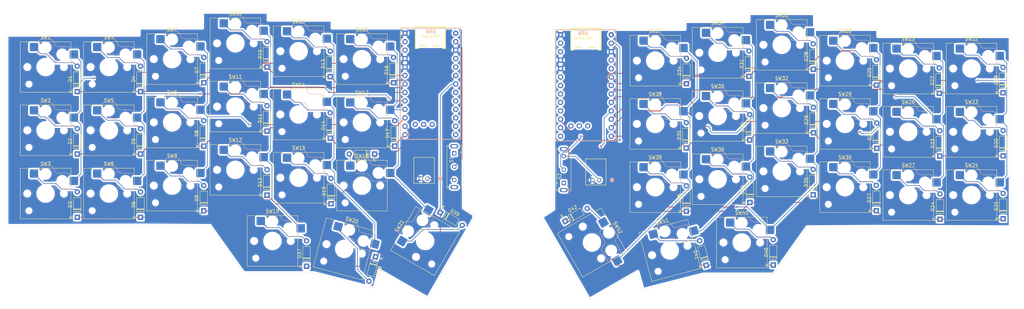
<source format=kicad_pcb>
(kicad_pcb (version 20241229) (generator "pcbnew") (generator_version "9.0")
  (title_block (title "Thyme: Split Keyboard PCB") (date "03/28/2025") (rev "1.17"))
  (layers (0 "F.Cu" signal) (2 "B.Cu" signal) (13 "F.Paste" user) (15 "B.Paste" user) (5 "F.SilkS" user "F.Silkscreen") (7 "B.SilkS" user "B.Silkscreen") (1 "F.Mask" user) (3 "B.Mask" user) (25 "Edge.Cuts" user))
  (net 0 "")
  (net 1 "L-ROW0")
  (net 2 "Net-(D1-A)")
  (net 3 "L-ROW1")
  (net 4 "Net-(D2-A)")
  (net 5 "L-ROW2")
  (net 6 "Net-(D3-A)")
  (net 7 "Net-(D4-A)")
  (net 8 "Net-(D5-A)")
  (net 9 "Net-(D6-A)")
  (net 10 "Net-(D7-A)")
  (net 11 "Net-(D8-A)")
  (net 12 "Net-(D9-A)")
  (net 13 "Net-(D10-A)")
  (net 14 "Net-(D11-A)")
  (net 15 "Net-(D12-A)")
  (net 16 "Net-(D13-A)")
  (net 17 "Net-(D14-A)")
  (net 18 "Net-(D15-A)")
  (net 19 "Net-(D16-A)")
  (net 20 "Net-(D17-A)")
  (net 21 "Net-(D18-A)")
  (net 22 "R-ROW0")
  (net 23 "Net-(D19-A)")
  (net 24 "Net-(D20-A)")
  (net 25 "R-ROW1")
  (net 26 "R-ROW2")
  (net 27 "Net-(D21-A)")
  (net 28 "Net-(D22-A)")
  (net 29 "Net-(D23-A)")
  (net 30 "Net-(D24-A)")
  (net 31 "Net-(D25-A)")
  (net 32 "Net-(D26-A)")
  (net 33 "Net-(D27-A)")
  (net 34 "Net-(D28-A)")
  (net 35 "Net-(D29-A)")
  (net 36 "Net-(D30-A)")
  (net 37 "Net-(D31-A)")
  (net 38 "Net-(D32-A)")
  (net 39 "Net-(D33-A)")
  (net 40 "Net-(D34-A)")
  (net 41 "Net-(D35-A)")
  (net 42 "Net-(D36-A)")
  (net 43 "Net-(D37-A)")
  (net 44 "Net-(D38-A)")
  (net 45 "Net-(D39-A)")
  (net 46 "Net-(D40-A)")
  (net 47 "Net-(D41-A)")
  (net 48 "Net-(D42-A)")
  (net 49 "L-COL0")
  (net 50 "L-COL1")
  (net 51 "L-COL2")
  (net 52 "L-COL3")
  (net 53 "L-COL4")
  (net 54 "L-COL5")
  (net 55 "R-COL0")
  (net 56 "R-COL1")
  (net 57 "R-COL2")
  (net 58 "R-COL3")
  (net 59 "R-COL4")
  (net 60 "R-COL5")
  (net 66 "LPOWER-GND")
  (net 67 "L-ROW3")
  (net 68 "R-ROW3")
  (net 77 "LPOWER-3.3V")
  (net 78 "RPOWER-GND")
  (net 79 "RPOWER-3.3V")
  (net 82 "LBATTERY_POSITIVE")
  (net 83 "RBATTERY_POSITIVE")
  (net 95 "Net-(S1-Pad2)")
  (net 98 "Net-(S2-Pad2)")
  (footprint "PCM_Switch_Keyboard_Hotswap_Kailh:SW_Hotswap_Kailh_Choc_V1V2_1.00u" (layer "F.Cu") (at 314.99302 103.681238)
    (property "Reference" "SW24")
    (property "Value" "SW_Push")
  )
  (footprint "PCM_Switch_Keyboard_Hotswap_Kailh:SW_Hotswap_Kailh_Choc_V1V2_1.00u" (layer "F.Cu") (at 55.89257 84.223099)
    (property "Reference" "SW5")
    (property "Value" "SW_Push")
  )
  (footprint "PCM_Switch_Keyboard_Hotswap_Kailh:SW_Hotswap_Kailh_Choc_V1V2_1.00u" (layer "F.Cu") (at 150.89257 117.486239 60)
    (property "Reference" "SW21")
    (property "Value" "SW_Push")
  )
  (footprint "PCM_Switch_Keyboard_Hotswap_Kailh:SW_Hotswap_Kailh_Choc_V1V2_1.00u" (layer "F.Cu") (at 276.99302 63.306238)
    (property "Reference" "SW28")
    (property "Value" "SW_Push")
  )
  (footprint "PCM_Switch_Keyboard_Hotswap_Kailh:SW_Hotswap_Kailh_Choc_V1V2_1.00u" (layer "F.Cu") (at 112.89257 98.473099)
    (property "Reference" "SW15")
    (property "Value" "SW_Push")
  )
  (footprint "PCM_Switch_Keyboard_Hotswap_Kailh:SW_Hotswap_Kailh_Choc_V1V2_1.00u" (layer "F.Cu") (at 93.89257 96.098099)
    (property "Reference" "SW12")
    (property "Value" "SW_Push")
  )
  (footprint "libraries:SuperMini NRF52840" (layer "F.Cu") (at 191.56045 55.526769)
    (property "Reference" "U2" (hide yes))
    (property "Value" "nice_nano")
  )
  (footprint "libraries:CONN_S2B-PH-K-S_JST" (layer "F.Cu") (at 151.56767 98.723099 180)
    (property "Reference" "J2")
    (property "Value" "JST BATTERY R")
  )
  (footprint "Diode_THT:D_DO-35_SOD27_P7.62mm_Horizontal" (layer "F.Cu") (at 46.39257 110.348099 90)
    (property "Reference" "D3")
    (property "Value" "D_Small")
  )
  (footprint "Diode_THT:D_DO-35_SOD27_P7.62mm_Horizontal" (layer "F.Cu") (at 229.34302 108.536238 90)
    (property "Reference" "D36")
    (property "Value" "D_Small")
  )
  (footprint "Diode_THT:D_DO-35_SOD27_P7.62mm_Horizontal" (layer "F.Cu") (at 267.47302 65.886238 90)
    (property "Reference" "D28")
    (property "Value" "D_Small")
  )
  (footprint "Diode_THT:D_DO-35_SOD27_P7.62mm_Horizontal" (layer "F.Cu") (at 135.995221 122.195883 -105)
    (property "Reference" "D38")
    (property "Value" "D_Small")
  )
  (footprint "Diode_THT:D_DO-35_SOD27_P7.62mm_Horizontal" (layer "F.Cu") (at 141.39257 69.973099 90)
    (property "Reference" "D16")
    (property "Value" "D_Small")
  )
  (footprint "Diode_THT:D_DO-35_SOD27_P7.62mm_Horizontal" (layer "F.Cu") (at 286.40302 108.386238 90)
    (property "Reference" "D27")
    (property "Value" "D_Small")
  )
  (footprint "Diode_THT:D_DO-35_SOD27_P7.62mm_Horizontal" (layer "F.Cu") (at 65.39257 110.348099 90)
    (property "Reference" "D6")
    (property "Value" "D_Small")
  )
  (footprint "Diode_THT:D_DO-35_SOD27_P7.62mm_Horizontal" (layer "F.Cu") (at 324.47302 72.946238 90)
    (property "Reference" "D19")
    (property "Value" "D_Small")
  )
  (footprint "Diode_THT:D_DO-35_SOD27_P7.62mm_Horizontal" (layer "F.Cu") (at 103.39257 65.223099 90)
    (property "Reference" "D10")
    (property "Value" "D_Small")
  )
  (footprint "Diode_THT:D_DO-35_SOD27_P7.62mm_Horizontal" (layer "F.Cu") (at 46.39257 72.595599 90)
    (property "Reference" "D1")
    (property "Value" "D_Small")
  )
  (footprint "Diode_THT:D_DO-35_SOD27_P7.62mm_Horizontal" (layer "F.Cu") (at 324.49302 110.786238 90)
    (property "Reference" "D21")
    (property "Value" "D_Small")
  )
  (footprint "Diode_THT:D_DO-35_SOD27_P7.62mm_Horizontal" (layer "F.Cu") (at 286.53302 89.666238 90)
    (property "Reference" "D26")
    (property "Value" "D_Small")
  )
  (footprint "PCM_Switch_Keyboard_Hotswap_Kailh:SW_Hotswap_Kailh_Choc_V1V2_1.00u" (layer "F.Cu") (at 238.74302 60.931238)
    (property "Reference" "SW34")
    (property "Value" "SW_Push")
  )
  (footprint "Diode_THT:D_DO-35_SOD27_P7.62mm_Horizontal" (layer "F.Cu") (at 84.39257 69.973099 90)
    (property "Reference" "D7")
    (property "Value" "D_Small")
  )
  (footprint "PCM_Switch_Keyboard_Hotswap_Kailh:SW_Hotswap_Kailh_Choc_V1V2_1.00u" (layer "F.Cu") (at 126.579978 119.848099 -15)
    (property "Reference" "SW20")
    (property "Value" "SW_Push")
  )
  (footprint "libraries:SW_SLW-1277744-3A-N-D" (layer "F.Cu") (at 159.64257 95.158099 -90)
    (property "Reference" "S1")
    (property "Value" "Power Switch")
  )
  (footprint "Diode_THT:D_DO-35_SOD27_P7.62mm_Horizontal" (layer "F.Cu") (at 65.39257 91.348099 90)
    (property "Reference" "D5")
    (property "Value" "D_Small")
  )
  (footprint "Diode_THT:D_DO-35_SOD27_P7.62mm_Horizontal" (layer "F.Cu") (at 248.36302 87.126238 90)
    (property "Reference" "D32")
    (property "Value" "D_Small")
  )
  (footprint "Diode_THT:D_DO-35_SOD27_P7.62mm_Horizontal" (layer "F.Cu") (at 305.33302 73.126238 90)
    (property "Reference" "D22")
    (property "Value" "D_Small")
  )
  (footprint "PCM_Switch_Keyboard_Hotswap_Kailh:SW_Hotswap_Kailh_Choc_V1V2_1.00u" (layer "F.Cu") (at 74.89257 62.848099)
    (property "Reference" "SW7")
    (property "Value" "SW_Push")
  )
  (footprint "Diode_THT:D_DO-35_SOD27_P7.62mm_Horizontal" (layer "F.Cu") (at 267.52302 84.956238 90)
    (property "Reference" "D29")
    (property "Value" "D_Small")
  )
  (footprint "libraries:SW_SLW-1277744-3A-N-D" (layer "F.Cu") (at 192.52302 96.036238 90)
    (property "Reference" "S2")
    (property "Value" "Power Switch")
  )
  (footprint "Diode_THT:D_DO-35_SOD27_P7.62mm_Horizontal" (layer "F.Cu") (at 235.30302 124.766238 105)
    (property "Reference" "D41")
    (property "Value" "D_Small")
  )
  (footprint "libraries:SuperMini NRF52840" (layer "F.Cu") (at 144.835061 55.06863)
    (property "Reference" "U1" (hide yes))
    (property "Value" "nice_nano")
  )
  (footprint "PCM_Switch_Keyboard_Hotswap_Kailh:SW_Hotswap_Kailh_Choc_V1V2_1.00u" (layer "F.Cu") (at 257.99302 77.556238)
    (property "Reference" "SW32")
    (property "Value" "SW_Push")
  )
  (footprint "PCM_Switch_Keyboard_Hotswap_Kailh:SW_Hotswap_Kailh_Choc_V1V2_1.00u" (layer "F.Cu") (at 224.36802 120.306238 15)
    (property "Reference" "SW41")
    (property "Value" "SW_Push")
  )
  (footprint "Diode_THT:D_DO-35_SOD27_P7.62mm_Horizontal" (layer "F.Cu") (at 324.49302 91.906238 90)
    (property "Reference" "D20")
    (property "Value" "D_Small")
  )
  (footprint "PCM_Switch_Keyboard_Hotswap_Kailh:SW_Hotswap_Kailh_Choc_V1V2_1.00u" (layer "F.Cu") (at 238.74302 79.931238)
    (property "Reference" "SW35")
    (property "Value" "SW_Push")
  )
  (footprint "PCM_Switch_Keyboard_Hotswap_Kailh:SW_Hotswap_Kailh_Choc_V1V2_1.00u" (layer "F.Cu") (at 93.89257 77.098099)
    (property "Reference" "SW11")
    (property "Value" "SW_Push")
  )
  (footprint "PCM_Switch_Keyboard_Hotswap_Kailh:SW_Hotswap_Kailh_Choc_V1V2_1.00u" (layer "F.Cu") (at 257.99302 58.556238)
    (property "Reference" "SW31")
    (property "Value" "SW_Push")
  )
  (footprint "Diode_THT:D_DO-35_SOD27_P7.62mm_Horizontal" (layer "F.Cu") (at 305.51302 110.966238 90)
    (property "Reference" "D24")
    (property "Value" "D_Small")
  )
  (footprint "PCM_Switch_Keyboard_Hotswap_Kailh:SW_Hotswap_Kailh_Choc_V1V2_1.00u" (layer "F.Cu") (at 245.99302 117.931238)
    (property "Reference" "SW40")
    (property "Value" "SW_Push")
  )
  (footprint "PCM_Switch_Keyboard_Hotswap_Kailh:SW_Hotswap_Kailh_Choc_V1V2_1.00u" (layer "F.Cu") (at 112.89257 60.473099)
    (property "Reference" "SW13")
    (property "Value" "SW_Push")
  )
  (footprint "PCM_Switch_Keyboard_Hotswap_Kailh:SW_Hotswap_Kailh_Choc_V1V2_1.00u" (layer "F.Cu") (at 219.99302 101.306238)
    (property "Reference" "SW39")
    (property "Value" "SW_Push")
  )
  (footprint "Diode_THT:D_DO-35_SOD27_P7.62mm_Horizontal" (layer "F.Cu") (at 103.39257 84.470599 90)
    (property "Reference" "D11")
    (property "Value" "D_Small")
  )
  (footprint "Diode_THT:D_DO-35_SOD27_P7.62mm_Horizontal" (layer "F.Cu") (at 135.70257 91.348099 180)
    (property "Reference" "D18")
    (property "Value" "D_Small")
  )
  (footprint "PCM_Switch_Keyboard_Hotswap_Kailh:SW_Hotswap_Kailh_Choc_V1V2_1.00u" (layer "F.Cu") (at 295.99302 103.681238)
    (property "Reference" "SW27")
    (property "Value" "SW_Push")
  )
  (footprint "PCM_Switch_Keyboard_Hotswap_Kailh:SW_Hotswap_Kailh_Choc_V1V2_1.00u" (layer "F.Cu") (at 200.99302 117.918099 -60)
    (property "Reference" "SW42")
    (property "Value" "SW_Push")
  )
  (footprint "PCM_Switch_Keyboard_Hotswap_Kailh:SW_Hotswap_Kailh_Choc_V1V2_1.00u" (layer "F.Cu") (at 55.89257 103.223099)
    (property "Reference" "SW6")
    (property "Value" "SW_Push")
  )
  (footprint "Diode_THT:D_DO-35_SOD27_P7.62mm_Horizontal" (layer "F.Cu") (at 141.76757 88.973099 90)
    (property "Reference" "D17")
    (property "Value" "D_Small")
  )
  (footprint "PCM_Switch_Keyboard_Hotswap_Kailh:SW_Hotswap_Kailh_Choc_V1V2_1.00u" (layer "F.Cu") (at 238.74302 98.931238)
    (property "Reference" "SW36")
    (property "Value" "SW_Push")
  )
  (footprint "PCM_Switch_Keyboard_Hotswap_Kailh:SW_Hotswap_Kailh_Choc_V1V2_1.00u" (layer "F.Cu") (at 36.89257 65.223099)
    (property "Reference" "SW1")
    (property "Value" "SW_Push")
  )
  (footprint "PCM_Switch_Keyboard_Hotswap_Kailh:SW_Hotswap_Kailh_Choc_V1V2_1.00u" (layer "F.Cu") (at 295.99302 84.681238)
    (property "Reference" "SW26")
    (property "Value" "SW_Push")
  )
  (footprint "PCM_Switch_Keyboard_Hotswap_Kailh:SW_Hotswap_Kailh_Choc_V1V2_1.00u" (layer "F.Cu") (at 93.89257 58.098099)
    (property "Reference" "SW10")
    (property "Value" "SW_Push")
  )
  (footprint "PCM_Switch_Keyboard_Hotswap_Kailh:SW_Hotswap_Kailh_Choc_V1V2_1.00u" (layer "F.Cu") (at 74.89257 100.848099)
    (property "Reference" "SW9")
    (property "Value" "SW_Push")
  )
  (footprint "Diode_THT:D_DO-35_SOD27_P7.62mm_Horizontal" (layer "F.Cu") (at 155.433464 108.921238 -30)
    (property "Reference" "D39")
    (property "Value" "D_Small")
  )
  (footprint "Diode_THT:D_DO-35_SOD27_P7.62mm_Horizontal" (layer "F.Cu") (at 115.26757 125.056238 90)
    (property "Reference" "D37")
    (property "Value" "D_Small")
  )
  (footprint "Diode_THT:D_DO-35_SOD27_P7.62mm_Horizontal" (layer "F.Cu") (at 229.38302 70.226238 90)
    (property "Reference" "D34")
    (property "Value" "D_Small")
  )
  (footprint "Diode_THT:D_DO-35_SOD27_P7.62mm_Horizontal" (layer "F.Cu") (at 84.39257 88.973099 90)
    (property "Reference" "D8")
    (property "Value" "D_Small")
  )
  (footprint "PCM_Switch_Keyboard_Hotswap_Kailh:SW_Hotswap_Kailh_Choc_V1V2_1.00u" (layer "F.Cu") (at 257.99302 96.556238)
    (property "Reference" "SW33")
    (property "Value" "SW_Push")
  )
  (footprint "PCM_Switch_Keyboard_Hotswap_Kailh:SW_Hotswap_Kailh_Choc_V1V2_1.00u" (layer "F.Cu") (at 36.89257 103.223099)
    (property "Reference" "SW3")
    (property "Value" "SW_Push")
  )
  (footprint "PCM_Switch_Keyboard_Hotswap_Kailh:SW_Hotswap_Kailh_Choc_V1V2_1.00u" (layer "F.Cu") (at 276.99302 82.306238)
    (property "Reference" "SW29")
    (property "Value" "SW_Push")
  )
  (footprint "PCM_Switch_Keyboard_Hotswap_Kailh:SW_Hotswap_Kailh_Choc_V1V2_1.00u" (layer "F.Cu") (at 131.89257 100.848099)
    (property "Reference" "SW18")
    (property "Value" "SW_Push")
  )
  (footprint "Diode_THT:D_DO-35_SOD27_P7.62mm_Horizontal" (layer "F.Cu") (at 248.43302 105.906238 90)
    (property "Reference" "D33")
    (property "Value" "D_Small")
  )
  (footprint "PCM_Switch_Keyboard_Hotswap_Kailh:SW_Hotswap_Kailh_Choc_V1V2_1.00u" (layer "F.Cu") (at 295.99302 65.681238)
    (property "Reference" "SW25")
    (property "Value" "SW_Push")
  )
  (footprint "Diode_THT:D_DO-35_SOD27_P7.62mm_Horizontal" (layer "F.Cu") (at 122.39257 68.093099 90)
    (property "Reference" "D13")
    (property "Value" "D_Small")
  )
  (footprint "Diode_THT:D_DO-35_SOD27_P7.62mm_Horizontal" (layer "F.Cu") (at 255.43302 124.686238 90)
    (property "Reference" "D40")
    (property "Value" "D_Small")
  )
  (footprint "PCM_Switch_Keyboard_Hotswap_Kailh:SW_Hotswap_Kailh_Choc_V1V2_1.00u" (layer "F.Cu") (at 314.99302 65.681238)
    (property "Reference" "SW22")
    (property "Value" "SW_Push")
  )
  (footprint "PCM_Switch_Keyboard_Hotswap_Kailh:SW_Hotswap_Kailh_Choc_V1V2_1.00u" (layer "F.Cu") (at 219.99302 63.306238)
    (property "Reference" "SW37")
    (property "Value" "SW_Push")
  )
  (footprint "Diode_THT:D_DO-35_SOD27_P7.62mm_Horizontal" (layer "F.Cu") (at 122.39257 86.598099 90)
    (property "Reference" "D14")
    (property "Value" "D_Small")
  )
  (footprint "PCM_Switch_Keyboard_Hotswap_Kailh:SW_Hotswap_Kailh_Choc_V1V2_1.00u" (layer "F.Cu") (at 131.89257 81.848099)
    (property "Reference" "SW17")
    (property "Value" "SW_Push")
  )
  (footprint "Diode_THT:D_DO-35_SOD27_P7.62mm_Horizontal" (layer "F.Cu") (at 65.39257 72.595599 90)
    (property "Reference" "D4")
    (property "Value" "D_Small")
  )
  (footprint "PCM_Switch_Keyboard_Hotswap_Kailh:SW_Hotswap_Kailh_Choc_V1V2_1.00u" (layer "F.Cu") (at 276.99302 101.306238)
    (property "Reference" "SW30")
    (property "Value" "SW_Push")
  )
  (footprint "PCM_Switch_Keyboard_Hotswap_Kailh:SW_Hotswap_Kailh_Choc_V1V2_1.00u" (layer "F.Cu") (at 112.89257 79.473099)
    (property "Reference" "SW14")
    (property "Value" "SW_Push")
  )
  (footprint "Diode_THT:D_DO-35_SOD27_P7.62mm_Horizontal" (layer "F.Cu") (at 84.39257 108.431238 90)
    (property "Reference" "D9")
    (property "Value" "D_Small")
  )
  (footprint "PCM_Switch_Keyboard_Hotswap_Kailh:SW_Hotswap_Kailh_Choc_V1V2_1.00u" (layer "F.Cu") (at 36.89257 84.223099)
    (property "Reference" "SW2")
    (property "Value" "SW_Push")
  )
  (footprint "PCM_Switch_Keyboard_Hotswap_Kailh:SW_Hotswap_Kailh_Choc_V1V2_1.00u" (layer "F.Cu") (at 219.99302 82.306238)
    (property "Reference" "SW38")
    (property "Value" "SW_Push")
  )
  (footprint "PCM_Switch_Keyboard_Hotswap_Kailh:SW_Hotswap_Kailh_Choc_V1V2_1.00u" (layer "F.Cu") (at 105.01757 117.473099)
    (property "Reference" "SW19")
    (property "Value" "SW_Push")
  )
  (footprint "Diode_THT:D_DO-35_SOD27_P7.62mm_Horizontal" (layer "F.Cu") (at 229.32302 89.546238 90)
    (property "Reference" "D35")
    (property "Value" "D_Small")
  )
  (footprint "PCM_Switch_Keyboard_Hotswap_Kailh:SW_Hotswap_Kailh_Choc_V1V2_1.00u" (layer "F.Cu") (at 74.89257 81.848099)
    (property "Reference" "SW8")
    (property "Value" "SW_Push")
  )
  (footprint "Diode_THT:D_DO-35_SOD27_P7.62mm_Horizontal" (layer "F.Cu") (at 248.14302 68.036238 90)
    (property "Reference" "D31")
    (property "Value" "D_Small")
  )
  (footprint "Diode_THT:D_DO-35_SOD27_P7.62mm_Horizontal" (layer "F.Cu") (at 103.39257 103.681238 90)
    (property "Reference" "D12")
    (property "Value" "D_Small")
  )
  (footprint "Diode_THT:D_DO-35_SOD27_P7.62mm_Horizontal" (layer "F.Cu") (at 305.46302 91.976238 90)
    (property "Reference" "D23")
    (property "Value" "D_Small")
  )
  (footprint "Diode_THT:D_DO-35_SOD27_P7.62mm_Horizontal" (layer "F.Cu") (at 286.44302 70.646238 90)
    (property "Reference" "D25")
    (property "Value" "D_Small")
  )
  (footprint "libraries:CONN_S2B-PH-K-S_JST" (layer "F.Cu") (at 203.15812 99.181238 180)
    (property "Reference" "J1")
    (property "Value" "JST BATTERY R")
  )
  (footprint "Diode_THT:D_DO-35_SOD27_P7.62mm_Horizontal" (layer "F.Cu") (at 46.39257 91.348099 90)
    (property "Reference" "D2")
    (property "Value" "D_Small")
  )
  (footprint "PCM_Switch_Keyboard_Hotswap_Kailh:SW_Hotswap_Kailh_Choc_V1V2_1.00u" (layer "F.Cu") (at 131.89257 62.848099)
    (property "Reference" "SW16")
    (property "Value" "SW_Push")
  )
  (footprint "Diode_THT:D_DO-35_SOD27_P7.62mm_Horizontal" (layer "F.Cu") (at 192.943464 111.523738 30)
    (property "Reference" "D42")
    (property "Value" "D_Small")
  )
  (footprint "Diode_THT:D_DO-35_SOD27_P7.62mm_Horizontal" (layer "F.Cu") (at 122.61802 106.303738 90)
    (property "Reference" "D15")
    (property "Value" "D_Small")
  )
  (footprint "Diode_THT:D_DO-35_SOD27_P7.62mm_Horizontal" (layer "F.Cu") (at 267.43302 103.606238 90)
    (property "Reference" "D30")
    (property "Value" "D_Small")
  )
  (footprint "PCM_Switch_Keyboard_Hotswap_Kailh:SW_Hotswap_Kailh_Choc_V1V2_1.00u" (layer "F.Cu") (at 55.89257 65.223099)
    (property "Reference" "SW4")
    (property "Value" "SW_Push")
  )
  (footprint "PCM_Switch_Keyboard_Hotswap_Kailh:SW_Hotswap_Kailh_Choc_V1V2_1.00u" (layer "F.Cu") (at 314.99302 84.681238)
    (property "Reference" "SW23")
    (property "Value" "SW_Push")
  )
  (gr_poly (pts (xy 137.108478 126.229868) (xy 135.594732 131.66476) (xy 117.48225 127.027884) (xy 96.362052 127.027884) (xy 86.263558 112.840257) (xy 65.850005 112.704745) (xy 25.225901 112.847644) (xy 25.225901 55.617884) (xy 64.975901 55.617884) (xy 64.975901 53.472884) (xy 83.995901 53.472884) (xy 83.995901 48.722884) (xy 103.783401 48.722884) (xy 103.783401 51.097884) (xy 122.980901 51.097884) (xy 122.980901 53.472884) (xy 162.410856 53.472884) (xy 162.400005 107.524745) (xy 166.000005 109.854745) (xy 151.692152 134.628795)) (stroke (width 0.05)) (fill no) (layer "Edge.Cuts"))
  (gr_poly (pts (xy 214.777112 126.633222) (xy 216.290858 132.068114) (xy 234.40334 127.431238) (xy 255.523538 127.431238) (xy 265.622032 113.243611) (xy 286.035585 113.108099) (xy 326.659689 113.250998) (xy 326.659689 56.021238) (xy 286.909689 56.021238) (xy 286.909689 53.876238) (xy 267.889689 53.876238) (xy 267.889689 49.126238) (xy 248.102189 49.126238) (xy 248.102189 51.501238) (xy 228.904689 51.501238) (xy 228.904689 53.876238) (xy 189.474734 53.876238) (xy 189.485585 107.928099) (xy 185.885585 110.258099) (xy 200.193438 135.032149)) (stroke (width 0.05)) (fill no) (layer "Edge.Cuts"))
  (segment (start 124.27257 69.973099) (end 141.39257 69.973099) (width 0.2) (layer "F.Cu") (net 1))
  (segment (start 89.14257 65.223099) (end 103.39257 65.223099) (width 0.2) (layer "F.Cu") (net 1))
  (segment (start 142.179431 69.186238) (end 158.657453 69.186238) (width 0.2) (layer "F.Cu") (net 1))
  (segment (start 65.39257 72.595599) (end 81.77007 72.595599) (width 0.2) (layer "F.Cu") (net 1))
  (segment (start 122.39257 68.093099) (end 124.27257 69.973099) (width 0.2) (layer "F.Cu") (net 1))
  (segment (start 103.39257 65.223099) (end 106.26257 68.093099) (width 0.2) (layer "F.Cu") (net 1))
  (segment (start 158.657453 69.186238) (end 160.075071 67.76862) (width 0.2) (layer "F.Cu") (net 1))
  (segment (start 81.77007 72.595599) (end 84.39257 69.973099) (width 0.2) (layer "F.Cu") (net 1))
  (segment (start 84.39257 69.973099) (end 89.14257 65.223099) (width 0.2) (layer "F.Cu") (net 1))
  (segment (start 46.39257 72.595599) (end 65.39257 72.595599) (width 0.2) (layer "F.Cu") (net 1))
  (segment (start 106.26257 68.093099) (end 122.39257 68.093099) (width 0.2) (layer "F.Cu") (net 1))
  (segment (start 141.39257 69.973099) (end 142.179431 69.186238) (width 0.2) (layer "F.Cu") (net 1))
  (segment (start 46.39257 64.975599) (end 45.33907 63.922099) (width 0.2) (layer "B.Cu") (net 2))
  (segment (start 39.788881 63.922099) (end 37.065881 61.199099) (width 0.2) (layer "B.Cu") (net 2))
  (segment (start 37.065881 61.199099) (end 35.36857 61.199099) (width 0.2) (layer "B.Cu") (net 2))
  (segment (start 45.33907 63.922099) (end 39.788881 63.922099) (width 0.2) (layer "B.Cu") (net 2))
  (segment (start 35.36857 61.199099) (end 33.39257 59.223099) (width 0.2) (layer "B.Cu") (net 2))
  (segment (start 88.89507 84.470599) (end 84.39257 88.973099) (width 0.2) (layer "F.Cu") (net 3))
  (segment (start 119.26657 83.472099) (end 104.39107 83.472099) (width 0.2) (layer "F.Cu") (net 3))
  (segment (start 84.39257 88.973099) (end 67.76757 88.973099) (width 0.2) (layer "F.Cu") (net 3))
  (segment (start 122.39257 86.598099) (end 119.26657 83.472099) (width 0.2) (layer "F.Cu") (net 3))
  (segment (start 141.76757 88.616121) (end 144.835061 85.54863) (width 0.2) (layer "F.Cu") (net 3))
  (segment (start 124.76757 88.973099) (end 122.39257 86.598099) (width 0.2) (layer "F.Cu") (net 3))
  (segment (start 141.76757 88.973099) (end 141.76757 88.616121) (width 0.2) (layer "F.Cu") (net 3))
  (segment (start 104.39107 83.472099) (end 103.39257 84.470599) (width 0.2) (layer "F.Cu") (net 3))
  (segment (start 65.39257 91.348099) (end 46.39257 91.348099) (width 0.2) (layer "F.Cu") (net 3))
  (segment (start 67.76757 88.973099) (end 65.39257 91.348099) (width 0.2) (layer "F.Cu") (net 3))
  (segment (start 103.39257 84.470599) (end 88.89507 84.470599) (width 0.2) (layer "F.Cu") (net 3))
  (segment (start 141.76757 88.973099) (end 124.76757 88.973099) (width 0.2) (layer "F.Cu") (net 3))
  (segment (start 39.658848 82.922099) (end 36.935848 80.199099) (width 0.2) (layer "B.Cu") (net 4))
  (segment (start 36.935848 80.199099) (end 35.36857 80.199099) (width 0.2) (layer "B.Cu") (net 4))
  (segment (start 45.58657 82.922099) (end 39.658848 82.922099) (width 0.2) (layer "B.Cu") (net 4))
  (segment (start 46.39257 83.728099) (end 45.58657 82.922099) (width 0.2) (layer "B.Cu") (net 4))
  (segment (start 35.36857 80.199099) (end 33.39257 78.223099) (width 0.2) (layer "B.Cu") (net 4))
  (segment (start 145.936061 84.10963) (end 144.835061 83.00863) (width 0.2) (layer "F.Cu") (net 5))
  (segment (start 98.64257 108.431238) (end 103.39257 103.681238) (width 0.2) (layer "F.Cu") (net 5))
  (segment (start 141.59457 91.348099) (end 145.936061 87.006608) (width 0.2) (layer "F.Cu") (net 5))
  (segment (start 129.01657 99.656821) (end 131.849292 96.824099) (width 0.2) (layer "F.Cu") (net 5))
  (segment (start 122.776823 106.303738) (end 129.01657 100.063991) (width 0.2) (layer "F.Cu") (net 5))
  (segment (start 129.01657 100.063991) (end 129.01657 99.656821) (width 0.2) (layer "F.Cu") (net 5))
  (segment (start 135.70257 93.791164) (end 135.70257 91.348099) (width 0.2) (layer "F.Cu") (net 5))
  (segment (start 135.70257 91.348099) (end 141.59457 91.348099) (width 0.2) (layer "F.Cu") (net 5))
  (segment (start 145.936061 87.006608) (end 145.936061 84.10963) (width 0.2) (layer "F.Cu") (net 5))
  (segment (start 131.849292 96.824099) (end 132.669635 96.824099) (width 0.2) (layer "F.Cu") (net 5))
  (segment (start 84.39257 108.431238) (end 98.64257 108.431238) (width 0.2) (layer "F.Cu") (net 5))
  (segment (start 82.475709 110.348099) (end 84.39257 108.431238) (width 0.2) (layer "F.Cu") (net 5))
  (segment (start 46.39257 110.348099) (end 65.39257 110.348099) (width 0.2) (layer "F.Cu") (net 5))
  (segment (start 65.39257 110.348099) (end 82.475709 110.348099) (width 0.2) (layer "F.Cu") (net 5))
  (segment (start 106.01507 106.303738) (end 122.61802 106.303738) (width 0.2) (layer "F.Cu") (net 5))
  (segment (start 132.669635 96.824099) (end 135.70257 93.791164) (width 0.2) (layer "F.Cu") (net 5))
  (segment (start 103.39257 103.681238) (end 106.01507 106.303738) (width 0.2) (layer "F.Cu") (net 5))
  (segment (start 122.61802 106.303738) (end 122.776823 106.303738) (width 0.2) (layer "F.Cu") (net 5))
  (segment (start 40.01657 100.200164) (end 41.738505 101.922099) (width 0.2) (layer "B.Cu") (net 6))
  (segment (start 41.738505 101.922099) (end 45.58657 101.922099) (width 0.2) (layer "B.Cu") (net 6))
  (segment (start 45.58657 101.922099) (end 46.39257 102.728099) (width 0.2) (layer "B.Cu") (net 6))
  (segment (start 36.369635 100.200164) (end 40.01657 100.200164) (width 0.2) (layer "B.Cu") (net 6))
  (segment (start 33.39257 97.223099) (end 36.369635 100.200164) (width 0.2) (layer "B.Cu") (net 6))
  (segment (start 58.893881 62.347099) (end 60.468881 63.922099) (width 0.2) (layer "B.Cu") (net 7))
  (segment (start 55.51657 62.347099) (end 58.893881 62.347099) (width 0.2) (layer "B.Cu") (net 7))
  (segment (start 52.39257 59.223099) (end 55.51657 62.347099) (width 0.2) (layer "B.Cu") (net 7))
  (segment (start 60.468881 63.922099) (end 64.33907 63.922099) (width 0.2) (layer "B.Cu") (net 7))
  (segment (start 64.33907 63.922099) (end 65.39257 64.975599) (width 0.2) (layer "B.Cu") (net 7))
  (segment (start 59.01657 81.200164) (end 60.738505 82.922099) (width 0.2) (layer "B.Cu") (net 8))
  (segment (start 52.39257 78.223099) (end 55.369635 81.200164) (width 0.2) (layer "B.Cu") (net 8))
  (segment (start 60.738505 82.922099) (end 64.58657 82.922099) (width 0.2) (layer "B.Cu") (net 8))
  (segment (start 64.58657 82.922099) (end 65.39257 83.728099) (width 0.2) (layer "B.Cu") (net 8))
  (segment (start 55.369635 81.200164) (end 59.01657 81.200164) (width 0.2) (layer "B.Cu") (net 8))
  (segment (start 58.015505 99.199099) (end 60.738505 101.922099) (width 0.2) (layer "B.Cu") (net 9))
  (segment (start 54.36857 99.199099) (end 58.015505 99.199099) (width 0.2) (layer "B.Cu") (net 9))
  (segment (start 52.39257 97.223099) (end 54.36857 99.199099) (width 0.2) (layer "B.Cu") (net 9))
  (segment (start 64.58657 101.922099) (end 65.39257 102.728099) (width 0.2) (layer "B.Cu") (net 9))
  (segment (start 60.738505 101.922099) (end 64.58657 101.922099) (width 0.2) (layer "B.Cu") (net 9))
  (segment (start 71.39257 56.848099) (end 74.369635 59.825164) (width 0.2) (layer "B.Cu") (net 10))
  (segment (start 79.738505 61.547099) (end 83.58657 61.547099) (width 0.2) (layer "B.Cu") (net 10))
  (segment (start 74.369635 59.825164) (end 78.01657 59.825164) (width 0.2) (layer "B.Cu") (net 10))
  (segment (start 83.58657 61.547099) (end 84.39257 62.353099) (width 0.2) (layer "B.Cu") (net 10))
  (segment (start 78.01657 59.825164) (end 79.738505 61.547099) (width 0.2) (layer "B.Cu") (net 10))
  (segment (start 83.58657 80.547099) (end 84.39257 81.353099) (width 0.2) (layer "B.Cu") (net 11))
  (segment (start 71.39257 75.848099) (end 73.400709 77.856238) (width 0.2) (layer "B.Cu") (net 11))
  (segment (start 73.400709 77.856238) (end 77.047644 77.856238) (width 0.2) (layer "B.Cu") (net 11))
  (segment (start 77.047644 77.856238) (end 79.738505 80.547099) (width 0.2) (layer "B.Cu") (net 11))
  (segment (start 79.738505 80.547099) (end 83.58657 80.547099) (width 0.2) (layer "B.Cu") (net 11))
  (segment (start 74.51657 97.972099) (end 78.163505 97.972099) (width 0.2) (layer "B.Cu") (net 12))
  (segment (start 78.163505 97.972099) (end 79.738505 99.547099) (width 0.2) (layer "B.Cu") (net 12))
  (segment (start 83.128431 99.547099) (end 84.39257 100.811238) (width 0.2) (layer "B.Cu") (net 12))
  (segment (start 79.738505 99.547099) (end 83.128431 99.547099) (width 0.2) (layer "B.Cu") (net 12))
  (segment (start 71.39257 94.848099) (end 74.51657 97.972099) (width 0.2) (layer "B.Cu") (net 12))
  (segment (start 102.58657 56.797099) (end 103.39257 57.603099) (width 0.2) (layer "B.Cu") (net 13))
  (segment (start 98.738505 56.797099) (end 102.58657 56.797099) (width 0.2) (layer "B.Cu") (net 13))
  (segment (start 90.39257 52.098099) (end 92.36857 54.074099) (width 0.2) (layer "B.Cu") (net 13))
  (segment (start 96.015505 54.074099) (end 98.738505 56.797099) (width 0.2) (layer "B.Cu") (net 13))
  (segment (start 92.36857 54.074099) (end 96.015505 54.074099) (width 0.2) (layer "B.Cu") (net 13))
  (segment (start 92.600709 73.306238) (end 96.247644 73.306238) (width 0.2) (layer "B.Cu") (net 14))
  (segment (start 96.247644 73.306238) (end 98.738505 75.797099) (width 0.2) (layer "B.Cu") (net 14))
  (segment (start 90.39257 71.098099) (end 92.600709 73.306238) (width 0.2) (layer "B.Cu") (net 14))
  (segment (start 98.738505 75.797099) (end 102.33907 75.797099) (width 0.2) (layer "B.Cu") (net 14))
  (segment (start 102.33907 75.797099) (end 103.39257 76.850599) (width 0.2) (layer "B.Cu") (net 14))
  (segment (start 96.015505 92.074099) (end 98.738505 94.797099) (width 0.2) (layer "B.Cu") (net 15))
  (segment (start 98.738505 94.797099) (end 102.128431 94.797099) (width 0.2) (layer "B.Cu") (net 15))
  (segment (start 90.39257 90.098099) (end 92.36857 92.074099) (width 0.2) (layer "B.Cu") (net 15))
  (segment (start 102.128431 94.797099) (end 103.39257 96.061238) (width 0.2) (layer "B.Cu") (net 15))
  (segment (start 92.36857 92.074099) (end 96.015505 92.074099) (width 0.2) (layer "B.Cu") (net 15))
  (segment (start 109.39257 54.473099) (end 111.36857 56.449099) (width 0.2) (layer "B.Cu") (net 16))
  (segment (start 111.36857 56.449099) (end 115.015505 56.449099) (width 0.2) (layer "B.Cu") (net 16))
  (segment (start 117.738505 59.172099) (end 121.09157 59.172099) (width 0.2) (layer "B.Cu") (net 16))
  (segment (start 121.09157 59.172099) (end 122.39257 60.473099) (width 0.2) (layer "B.Cu") (net 16))
  (segment (start 115.015505 56.449099) (end 117.738505 59.172099) (width 0.2) (layer "B.Cu") (net 16))
  (segment (start 115.658848 78.172099) (end 121.58657 78.172099) (width 0.2) (layer "B.Cu") (net 17))
  (segment (start 113.302987 75.816238) (end 115.658848 78.172099) (width 0.2) (layer "B.Cu") (net 17))
  (segment (start 121.58657 78.172099) (end 122.39257 78.978099) (width 0.2) (layer "B.Cu") (net 17))
  (segment (start 109.39257 73.473099) (end 111.735709 75.816238) (width 0.2) (layer "B.Cu") (net 17))
  (segment (start 111.735709 75.816238) (end 113.302987 75.816238) (width 0.2) (layer "B.Cu") (net 17))
  (segment (start 121.106381 97.172099) (end 122.61802 98.683738) (width 0.2) (layer "B.Cu") (net 18))
  (segment (start 117.738505 97.172099) (end 121.106381 97.172099) (width 0.2) (layer "B.Cu") (net 18))
  (segment (start 115.015505 94.449099) (end 117.738505 97.172099) (width 0.2) (layer "B.Cu") (net 18))
  (segment (start 111.36857 94.449099) (end 115.015505 94.449099) (width 0.2) (layer "B.Cu") (net 18))
  (segment (start 109.39257 92.473099) (end 111.36857 94.449099) (width 0.2) (layer "B.Cu") (net 18))
  (segment (start 140.58657 61.547099) (end 141.39257 62.353099) (width 0.2) (layer "B.Cu") (net 19))
  (segment (start 134.015505 58.824099) (end 136.738505 61.547099) (width 0.2) (layer "B.Cu") (net 19))
  (segment (start 128.39257 56.848099) (end 130.36857 58.824099) (width 0.2) (layer "B.Cu") (net 19))
  (segment (start 136.738505 61.547099) (end 140.58657 61.547099) (width 0.2) (layer "B.Cu") (net 19))
  (segment (start 130.36857 58.824099) (end 134.015505 58.824099) (width 0.2) (layer "B.Cu") (net 19))
  (segment (start 140.96157 80.547099) (end 141.76757 81.353099) (width 0.2) (layer "B.Cu") (net 20))
  (segment (start 134.015505 77.824099) (end 136.738505 80.547099) (width 0.2) (layer "B.Cu") (net 20))
  (segment (start 128.39257 75.848099) (end 130.36857 77.824099) (width 0.2) (layer "B.Cu") (net 20))
  (segment (start 130.36857 77.824099) (end 134.015505 77.824099) (width 0.2) (layer "B.Cu") (net 20))
  (segment (start 136.738505 80.547099) (end 140.96157 80.547099) (width 0.2) (layer "B.Cu") (net 20))
  (segment (start 128.39257 94.848099) (end 128.39257 91.658099) (width 0.2) (layer "B.Cu") (net 21))
  (segment (start 128.39257 91.658099) (end 128.08257 91.348099) (width 0.2) (layer "B.Cu") (net 21))
  (segment (start 287.40902 69.680238) (end 286.44302 70.646238) (width 0.2) (layer "F.Cu") (net 22))
  (segment (start 248.14302 68.036238) (end 231.57302 68.036238) (width 0.2) (layer "F.Cu") (net 22))
  (segment (start 208.799939 70.226238) (end 206.80046 68.226759) (width 0.2) (layer "F.Cu") (net 22))
  (segment (start 250.29302 65.886238) (end 248.14302 68.036238) (width 0.2) (layer "F.Cu") (net 22))
  (segment (start 280.265742 70.646238) (end 275.505742 65.886238) (width 0.2) (layer "F.Cu") (net 22))
  (segment (start 305.51302 72.946238) (end 305.33302 73.126238) (width 0.2) (layer "F.Cu") (net 22))
  (segment (start 305.33302 73.126238) (end 301.88702 69.680238) (width 0.2) (layer "F.Cu") (net 22))
  (segment (start 231.57302 68.036238) (end 229.38302 70.226238) (width 0.2) (layer "F.Cu") (net 22))
  (segment (start 324.47302 72.946238) (end 305.51302 72.946238) (width 0.2) (layer "F.Cu") (net 22))
  (segment (start 229.38302 70.226238) (end 208.799939 70.226238) (width 0.2) (layer "F.Cu") (net 22))
  (segment (start 275.505742 65.886238) (end 267.47302 65.886238) (width 0.2) (layer "F.Cu") (net 22))
  (segment (start 286.44302 70.646238) (end 280.265742 70.646238) (width 0.2) (layer "F.Cu") (net 22))
  (segment (start 267.47302 65.886238) (end 250.29302 65.886238) (width 0.2) (layer "F.Cu") (net 22))
  (segment (start 301.88702 69.680238) (end 287.40902 69.680238) (width 0.2) (layer "F.Cu") (net 22))
  (segment (start 313.46902 61.657238) (end 316.89402 61.657238) (width 0.2) (layer "B.Cu") (net 23))
  (segment (start 311.49302 59.681238) (end 313.46902 61.657238) (width 0.2) (layer "B.Cu") (net 23))
  (segment (start 316.89402 61.657238) (end 319.61702 64.380238) (width 0.2) (layer "B.Cu") (net 23))
  (segment (start 319.61702 64.380238) (end 323.52702 64.380238) (width 0.2) (layer "B.Cu") (net 23))
  (segment (start 323.52702 64.380238) (end 324.47302 65.326238) (width 0.2) (layer "B.Cu") (net 23))
  (segment (start 317.759298 83.380238) (end 323.58702 83.380238) (width 0.2) (layer "B.Cu") (net 24))
  (segment (start 314.10802 81.296238) (end 315.675298 81.296238) (width 0.2) (layer "B.Cu") (net 24))
  (segment (start 315.675298 81.296238) (end 317.759298 83.380238) (width 0.2) (layer "B.Cu") (net 24))
  (segment (start 323.58702 83.380238) (end 324.49302 84.286238) (width 0.2) (layer "B.Cu") (net 24))
  (segment (start 311.49302 78.681238) (end 314.10802 81.296238) (width 0.2) (layer "B.Cu") (net 24))
  (segment (start 287.51902 88.680238) (end 286.53302 89.666238) (width 0.2) (layer "F.Cu") (net 25))
  (segment (start 272.23302 89.666238) (end 267.52302 84.956238) (width 0.2) (layer "F.Cu") (net 25))
  (segment (start 305.53302 91.906238) (end 305.46302 91.976238) (width 0.2) (layer "F.Cu") (net 25))
  (segment (start 286.53302 89.666238) (end 272.23302 89.666238) (width 0.2) (layer "F.Cu") (net 25))
  (segment (start 250.53302 84.956238) (end 248.36302 87.126238) (width 0.2) (layer "F.Cu") (net 25))
  (segment (start 231.74302 87.126238) (end 229.32302 89.546238) (width 0.2) (layer "F.Cu") (net 25))
  (segment (start 324.49302 91.906238) (end 305.53302 91.906238) (width 0.2) (layer "F.Cu") (net 25))
  (segment (start 267.52302 84.956238) (end 250.53302 84.956238) (width 0.2) (layer "F.Cu") (net 25))
  (segment (start 248.36302 87.126238) (end 231.74302 87.126238) (width 0.2) (layer "F.Cu") (net 25))
  (segment (start 229.32302 89.546238) (end 225.783541 86.006759) (width 0.2) (layer "F.Cu") (net 25))
  (segment (start 225.783541 86.006759) (end 206.80046 86.006759) (width 0.2) (layer "F.Cu") (net 25))
  (segment (start 305.46302 91.976238) (end 302.16702 88.680238) (width 0.2) (layer "F.Cu") (net 25))
  (segment (start 302.16702 88.680238) (end 287.51902 88.680238) (width 0.2) (layer "F.Cu") (net 25))
  (segment (start 286.40302 108.386238) (end 288.98302 110.966238) (width 0.2) (layer "F.Cu") (net 26))
  (segment (start 288.98302 110.966238) (end 305.51302 110.966238) (width 0.2) (layer "F.Cu") (net 26))
  (segment (start 229.34302 108.536238) (end 218.725488 108.536238) (width 0.2) (layer "F.Cu") (net 26))
  (segment (start 248.43302 105.906238) (end 265.13302 105.906238) (width 0.2) (layer "F.Cu") (net 26))
  (segment (start 191.56045 81.3712) (end 191.56045 80.926769) (width 0.2) (layer "F.Cu") (net 26))
  (segment (start 267.43302 103.606238) (end 272.21302 108.386238) (width 0.2) (layer "F.Cu") (net 26))
  (segment (start 218.725488 108.536238) (end 191.56045 81.3712) (width 0.2) (layer "F.Cu") (net 26))
  (segment (start 229.34302 108.536238) (end 245.80302 108.536238) (width 0.2) (layer "F.Cu") (net 26))
  (segment (start 245.80302 108.536238) (end 248.43302 105.906238) (width 0.2) (layer "F.Cu") (net 26))
  (segment (start 324.31302 110.966238) (end 324.49302 110.786238) (width 0.2) (layer "F.Cu") (net 26))
  (segment (start 305.51302 110.966238) (end 324.31302 110.966238) (width 0.2) (layer "F.Cu") (net 26))
  (segment (start 265.13302 105.906238) (end 267.43302 103.606238) (width 0.2) (layer "F.Cu") (net 26))
  (segment (start 272.21302 108.386238) (end 286.40302 108.386238) (width 0.2) (layer "F.Cu") (net 26))
  (segment (start 319.838955 102.380238) (end 323.70702 102.380238) (width 0.2) (layer "B.Cu") (net 27))
  (segment (start 323.70702 102.380238) (end 324.49302 103.166238) (width 0.2) (layer "B.Cu") (net 27))
  (segment (start 313.46902 99.657238) (end 317.115955 99.657238) (width 0.2) (layer "B.Cu") (net 27))
  (segment (start 317.115955 99.657238) (end 319.838955 102.380238) (width 0.2) (layer "B.Cu") (net 27))
  (segment (start 311.49302 97.681238) (end 313.46902 99.657238) (width 0.2) (layer "B.Cu") (net 27))
  (segment (start 304.20702 64.380238) (end 305.33302 65.506238) (width 0.2) (layer "B.Cu") (net 28))
  (segment (start 298.115955 61.657238) (end 300.838955 64.380238) (width 0.2) (layer "B.Cu") (net 28))
  (segment (start 300.838955 64.380238) (end 304.20702 64.380238) (width 0.2) (layer "B.Cu") (net 28))
  (segment (start 294.46902 61.657238) (end 298.115955 61.657238) (width 0.2) (layer "B.Cu") (net 28))
  (segment (start 292.49302 59.681238) (end 294.46902 61.657238) (width 0.2) (layer "B.Cu") (net 28))
  (segment (start 300.434955 82.976238) (end 304.08302 82.976238) (width 0.2) (layer "B.Cu") (net 29))
  (segment (start 304.08302 82.976238) (end 305.46302 84.356238) (width 0.2) (layer "B.Cu") (net 29))
  (segment (start 294.46902 80.657238) (end 298.115955 80.657238) (width 0.2) (layer "B.Cu") (net 29))
  (segment (start 292.49302 78.681238) (end 294.46902 80.657238) (width 0.2) (layer "B.Cu") (net 29))
  (segment (start 298.115955 80.657238) (end 300.434955 82.976238) (width 0.2) (layer "B.Cu") (net 29))
  (segment (start 299.263955 100.805238) (end 300.838955 102.380238) (width 0.2) (layer "B.Cu") (net 30))
  (segment (start 300.838955 102.380238) (end 304.54702 102.380238) (width 0.2) (layer "B.Cu") (net 30))
  (segment (start 295.61702 100.805238) (end 299.263955 100.805238) (width 0.2) (layer "B.Cu") (net 30))
  (segment (start 292.49302 97.681238) (end 295.61702 100.805238) (width 0.2) (layer "B.Cu") (net 30))
  (segment (start 304.54702 102.380238) (end 305.51302 103.346238) (width 0.2) (layer "B.Cu") (net 30))
  (segment (start 280.11702 60.283303) (end 281.838955 62.005238) (width 0.2) (layer "B.Cu") (net 31))
  (segment (start 281.838955 62.005238) (end 285.42202 62.005238) (width 0.2) (layer "B.Cu") (net 31))
  (segment (start 273.49302 57.306238) (end 276.470085 60.283303) (width 0.2) (layer "B.Cu") (net 31))
  (segment (start 276.470085 60.283303) (end 280.11702 60.283303) (width 0.2) (layer "B.Cu") (net 31))
  (segment (start 285.42202 62.005238) (end 286.44302 63.026238) (width 0.2) (layer "B.Cu") (net 31))
  (segment (start 276.61702 79.430238) (end 280.18702 79.430238) (width 0.2) (layer "B.Cu") (net 32))
  (segment (start 273.49302 76.306238) (end 276.61702 79.430238) (width 0.2) (layer "B.Cu") (net 32))
  (segment (start 281.58302 80.826238) (end 285.31302 80.826238) (width 0.2) (layer "B.Cu") (net 32))
  (segment (start 280.18702 79.430238) (end 281.58302 80.826238) (width 0.2) (layer "B.Cu") (net 32))
  (segment (start 285.31302 80.826238) (end 286.53302 82.046238) (width 0.2) (layer "B.Cu") (net 32))
  (segment (start 275.46902 97.282238) (end 279.115955 97.282238) (width 0.2) (layer "B.Cu") (net 33))
  (segment (start 285.25302 99.616238) (end 286.40302 100.766238) (width 0.2) (layer "B.Cu") (net 33))
  (segment (start 281.449955 99.616238) (end 285.25302 99.616238) (width 0.2) (layer "B.Cu") (net 33))
  (segment (start 279.115955 97.282238) (end 281.449955 99.616238) (width 0.2) (layer "B.Cu") (net 33))
  (segment (start 273.49302 95.306238) (end 275.46902 97.282238) (width 0.2) (layer "B.Cu") (net 33))
  (segment (start 256.46902 54.532238) (end 260.115955 54.532238) (width 0.2) (layer "B.Cu") (net 34))
  (segment (start 260.115955 54.532238) (end 262.838955 57.255238) (width 0.2) (layer "B.Cu") (net 34))
  (segment (start 266.46202 57.255238) (end 267.47302 58.266238) (width 0.2) (layer "B.Cu") (net 34))
  (segment (start 254.49302 52.556238) (end 256.46902 54.532238) (width 0.2) (layer "B.Cu") (net 34))
  (segment (start 262.838955 57.255238) (end 266.46202 57.255238) (width 0.2) (layer "B.Cu") (net 34))
  (segment (start 262.838955 76.255238) (end 266.44202 76.255238) (width 0.2) (layer "B.Cu") (net 35))
  (segment (start 254.49302 71.556238) (end 257.470085 74.533303) (width 0.2) (layer "B.Cu") (net 35))
  (segment (start 266.44202 76.255238) (end 267.52302 77.336238) (width 0.2) (layer "B.Cu") (net 35))
  (segment (start 257.470085 74.533303) (end 261.11702 74.533303) (width 0.2) (layer "B.Cu") (net 35))
  (segment (start 261.11702 74.533303) (end 262.838955 76.255238) (width 0.2) (layer "B.Cu") (net 35))
  (segment (start 266.70202 95.255238) (end 267.43302 95.986238) (width 0.2) (layer "B.Cu") (net 36))
  (segment (start 262.838955 95.255238) (end 266.70202 95.255238) (width 0.2) (layer "B.Cu") (net 36))
  (segment (start 254.49302 90.556238) (end 257.470085 93.533303) (width 0.2) (layer "B.Cu") (net 36))
  (segment (start 257.470085 93.533303) (end 261.11702 93.533303) (width 0.2) (layer "B.Cu") (net 36))
  (segment (start 261.11702 93.533303) (end 262.838955 95.255238) (width 0.2) (layer "B.Cu") (net 36))
  (segment (start 241.68702 59.630238) (end 247.35702 59.630238) (width 0.2) (layer "B.Cu") (net 37))
  (segment (start 247.35702 59.630238) (end 248.14302 60.416238) (width 0.2) (layer "B.Cu") (net 37))
  (segment (start 240.11202 58.055238) (end 241.68702 59.630238) (width 0.2) (layer "B.Cu") (net 37))
  (segment (start 238.36702 58.055238) (end 240.11202 58.055238) (width 0.2) (layer "B.Cu") (net 37))
  (segment (start 235.24302 54.931238) (end 238.36702 58.055238) (width 0.2) (layer "B.Cu") (net 37))
  (segment (start 238.220085 76.908303) (end 241.86702 76.908303) (width 0.2) (layer "B.Cu") (net 38))
  (segment (start 247.48702 78.630238) (end 248.36302 79.506238) (width 0.2) (layer "B.Cu") (net 38))
  (segment (start 235.24302 73.931238) (end 238.220085 76.908303) (width 0.2) (layer "B.Cu") (net 38))
  (segment (start 241.86702 76.908303) (end 243.588955 78.630238) (width 0.2) (layer "B.Cu") (net 38))
  (segment (start 243.588955 78.630238) (end 247.48702 78.630238) (width 0.2) (layer "B.Cu") (net 38))
  (segment (start 235.24302 92.931238) (end 237.21902 94.907238) (width 0.2) (layer "B.Cu") (net 39))
  (segment (start 243.18302 97.306238) (end 247.45302 97.306238) (width 0.2) (layer "B.Cu") (net 39))
  (segment (start 247.45302 97.306238) (end 248.43302 98.286238) (width 0.2) (layer "B.Cu") (net 39))
  (segment (start 240.78402 94.907238) (end 243.18302 97.306238) (width 0.2) (layer "B.Cu") (net 39))
  (segment (start 237.21902 94.907238) (end 240.78402 94.907238) (width 0.2) (layer "B.Cu") (net 39))
  (segment (start 216.49302 57.306238) (end 218.46902 59.282238) (width 0.2) (layer "B.Cu") (net 40))
  (segment (start 224.49202 62.005238) (end 228.78202 62.005238) (width 0.2) (layer "B.Cu") (net 40))
  (segment (start 218.46902 59.282238) (end 221.76902 59.282238) (width 0.2) (layer "B.Cu") (net 40))
  (segment (start 221.76902 59.282238) (end 224.49202 62.005238) (width 0.2) (layer "B.Cu") (net 40))
  (segment (start 228.78202 62.005238) (end 229.38302 62.606238) (width 0.2) (layer "B.Cu") (net 40))
  (segment (start 216.49302 76.306238) (end 219.470085 79.283303) (width 0.2) (layer "B.Cu") (net 41))
  (segment (start 223.11702 79.283303) (end 224.838955 81.005238) (width 0.2) (layer "B.Cu") (net 41))
  (segment (start 219.470085 79.283303) (end 223.11702 79.283303) (width 0.2) (layer "B.Cu") (net 41))
  (segment (start 224.838955 81.005238) (end 228.40202 81.005238) (width 0.2) (layer "B.Cu") (net 41))
  (segment (start 228.40202 81.005238) (end 229.32302 81.926238) (width 0.2) (layer "B.Cu") (net 41))
  (segment (start 218.46902 97.282238) (end 222.115955 97.282238) (width 0.2) (layer "B.Cu") (net 42))
  (segment (start 224.838955 100.005238) (end 228.43202 100.005238) (width 0.2) (layer "B.Cu") (net 42))
  (segment (start 216.49302 95.306238) (end 218.46902 97.282238) (width 0.2) (layer "B.Cu") (net 42))
  (segment (start 228.43202 100.005238) (end 229.34302 100.916238) (width 0.2) (layer "B.Cu") (net 42))
  (segment (start 222.115955 97.282238) (end 224.838955 100.005238) (width 0.2) (layer "B.Cu") (net 42))
  (segment (start 103.49357 113.449099) (end 107.140505 113.449099) (width 0.2) (layer "B.Cu") (net 43))
  (segment (start 107.140505 113.449099) (end 109.857644 116.166238) (width 0.2) (layer "B.Cu") (net 43))
  (segment (start 109.857644 116.166238) (end 113.99757 116.166238) (width 0.2) (layer "B.Cu") (net 43))
  (segment (start 113.99757 116.166238) (end 115.26757 117.436238) (width 0.2) (layer "B.Cu") (net 43))
  (segment (start 101.51757 111.473099) (end 103.49357 113.449099) (width 0.2) (layer "B.Cu") (net 43))
  (segment (start 124.752152 113.952995) (end 130.59157 119.792413) (width 0.2) (layer "B.Cu") (net 44))
  (segment (start 124.752152 113.146677) (end 124.752152 113.952995) (width 0.2) (layer "B.Cu") (net 44))
  (segment (start 130.59157 119.792413) (end 130.59157 126.124788) (width 0.2) (layer "B.Cu") (net 44))
  (segment (start 130.59157 126.124788) (end 134.02302 129.556238) (width 0.2) (layer "B.Cu") (net 44))
  (segment (start 160.739717 114.024099) (end 162.032578 112.731238) (width 0.2) (layer "B.Cu") (net 45))
  (segment (start 143.946418 117.517328) (end 146.794203 117.517328) (width 0.2) (layer "B.Cu") (net 45))
  (segment (start 146.794203 117.517328) (end 150.287432 114.024099) (width 0.2) (layer "B.Cu") (net 45))
  (segment (start 150.287432 114.024099) (end 160.739717 114.024099) (width 0.2) (layer "B.Cu") (net 45))
  (segment (start 242.49302 111.931238) (end 244.46902 113.907238) (width 0.2) (layer "B.Cu") (net 46))
  (segment (start 254.633021 116.266239) (end 255.43302 117.066238) (width 0.2) (layer "B.Cu") (net 46))
  (segment (start 248.115955 113.907238) (end 250.474956 116.266239) (width 0.2) (layer "B.Cu") (net 46))
  (segment (start 250.474956 116.266239) (end 254.633021 116.266239) (width 0.2) (layer "B.Cu") (net 46))
  (segment (start 244.46902 113.907238) (end 248.115955 113.907238) (width 0.2) (layer "B.Cu") (net 46))
  (segment (start 219.434365 115.41655) (end 221.423698 117.405883) (width 0.2) (layer "B.Cu") (net 47))
  (segment (start 221.423698 117.405883) (end 233.330819 117.405883) (width 0.2) (layer "B.Cu") (net 47))
  (segment (start 200.2659 107.713738) (end 199.542578 107.713738) (width 0.2) (layer "B.Cu") (net 48))
  (segment (start 204.439172 111.88701) (end 200.2659 107.713738) (width 0.2) (layer "B.Cu") (net 48))
  (segment (start 53.895881 68.099099) (end 57.083848 68.099099) (width 0.2) (layer "F.Cu") (net 49))
  (segment (start 125.826678 64.122099) (end 129.473209 67.76863) (width 0.2) (layer "F.Cu") (net 49))
  (segment (start 58.335848 66.847099) (end 86.92133 66.847099) (width 0.2) (layer "F.Cu") (net 49))
  (segment (start 53.408742 68.586238) (end 53.895881 68.099099) (width 0.2) (layer "F.Cu") (net 49))
  (segment (start 129.473209 67.76863) (end 144.835061 67.76863) (width 0.2) (layer "F.Cu") (net 49))
  (segment (start 51.28302 68.586238) (end 53.408742 68.586238) (width 0.2) (layer "F.Cu") (net 49))
  (segment (start 86.92133 66.847099) (end 89.64633 64.122099) (width 0.2) (layer "F.Cu") (net 49))
  (segment (start 57.083848 68.099099) (end 58.335848 66.847099) (width 0.2) (layer "F.Cu") (net 49))
  (segment (start 89.64633 64.122099) (end 125.826678 64.122099) (width 0.2) (layer "F.Cu") (net 49))
  (via (at 51.28302 68.586238) (size 0.6) (drill 0.3) (layers "F.Cu" "B.Cu") (net 49))
  (segment (start 47.51302 82.543549) (end 47.51302 97.302649) (width 0.2) (layer "B.Cu") (net 49))
  (segment (start 47.49357 63.524099) (end 47.49357 66.816238) (width 0.2) (layer "B.Cu") (net 49))
  (segment (start 45.39257 80.423099) (end 47.51302 82.543549) (width 0.2) (layer "B.Cu") (net 49))
  (segment (start 47.49357 66.816238) (end 47.49357 69.696238) (width 0.2) (layer "B.Cu") (net 49))
  (segment (start 45.39257 61.423099) (end 47.49357 63.524099) (width 0.2) (layer "B.Cu") (net 49))
  (segment (start 48.60357 68.586238) (end 47.49357 69.696238) (width 0.2) (layer "B.Cu") (net 49))
  (segment (start 47.49357 78.322099) (end 45.39257 80.423099) (width 0.2) (layer "B.Cu") (net 49))
  (segment (start 47.49357 69.696238) (end 47.49357 78.322099) (width 0.2) (layer "B.Cu") (net 49))
  (segment (start 47.51302 97.302649) (end 45.39257 99.423099) (width 0.2) (layer "B.Cu") (net 49))
  (segment (start 51.28302 68.586238) (end 48.60357 68.586238) (width 0.2) (layer "B.Cu") (net 49))
  (segment (start 96.769635 71.422099) (end 94.915496 73.276238) (width 0.2) (layer "F.Cu") (net 50))
  (segment (start 94.915496 73.276238) (end 83.34302 73.276238) (width 0.2) (layer "F.Cu") (net 50))
  (segment (start 144.835061 70.30863) (end 143.721592 71.422099) (width 0.2) (layer "F.Cu") (net 50))
  (segment (start 143.721592 71.422099) (end 96.769635 71.422099) (width 0.2) (layer "F.Cu") (net 50))
  (via (at 83.34302 73.276238) (size 0.6) (drill 0.3) (layers "F.Cu" "B.Cu") (net 50))
  (segment (start 66.49357 78.322099) (end 64.39257 80.423099) (width 0.2) (layer "B.Cu") (net 50))
  (segment (start 83.34302 73.276238) (end 66.49357 73.276238) (width 0.2) (layer "B.Cu") (net 50))
  (segment (start 64.39257 80.423099) (end 66.49357 82.524099) (width 0.2) (layer "B.Cu") (net 50))
  (segment (start 66.49357 97.322099) (end 64.39257 99.423099) (width 0.2) (layer "B.Cu") (net 50))
  (segment (start 66.49357 82.524099) (end 66.49357 97.322099) (width 0.2) (layer "B.Cu") (net 50))
  (segment (start 66.49357 63.524099) (end 66.49357 73.276238) (width 0.2) (layer "B.Cu") (net 50))
  (segment (start 66.49357 73.276238) (end 66.49357 78.322099) (width 0.2) (layer "B.Cu") (net 50))
  (segment (start 64.39257 61.423099) (end 66.49357 63.524099) (width 0.2) (layer "B.Cu") (net 50))
  (segment (start 127.428678 84.724099) (end 140.579592 84.724099) (width 0.2) (layer "F.Cu") (net 51))
  (segment (start 97.98302 82.506238) (end 125.210817 82.506238) (width 0.2) (layer "F.Cu") (net 51))
  (segment (start 140.579592 84.724099) (end 144.835061 80.46863) (width 0.2) (layer "F.Cu") (net 51))
  (segment (start 125.210817 82.506238) (end 127.428678 84.724099) (width 0.2) (layer "F.Cu") (net 51))
  (via (at 97.98302 82.506238) (size 0.6) (drill 0.3) (layers "F.Cu" "B.Cu") (net 51))
  (segment (start 83.39257 97.048099) (end 85.49357 94.947099) (width 0.2) (layer "B.Cu") (net 51))
  (segment (start 85.49357 94.947099) (end 85.49357 80.149099) (width 0.2) (layer "B.Cu") (net 51))
  (segment (start 83.39257 78.048099) (end 85.49357 75.947099) (width 0.2) (layer "B.Cu") (net 51))
  (segment (start 85.49357 75.947099) (end 85.49357 61.149099) (width 0.2) (layer "B.Cu") (net 51))
  (segment (start 85.49357 80.149099) (end 95.625881 80.149099) (width 0.2) (layer "B.Cu") (net 51))
  (segment (start 95.625881 80.149099) (end 97.98302 82.506238) (width 0.2) (layer "B.Cu") (net 51))
  (segment (start 85.49357 80.149099) (end 83.39257 78.048099) (width 0.2) (layer "B.Cu") (net 51))
  (segment (start 85.49357 61.149099) (end 83.39257 59.048099) (width 0.2) (layer "B.Cu") (net 51))
  (segment (start 121.99302 72.726238) (end 122.115412 72.84863) (width 0.2) (layer "F.Cu") (net 52))
  (segment (start 122.115412 72.84863) (end 144.835061 72.84863) (width 0.2) (layer "F.Cu") (net 52))
  (via (at 121.99302 72.726238) (size 0.6) (drill 0.3) (layers "F.Cu" "B.Cu") (net 52))
  (segment (start 104.49357 75.399099) (end 104.49357 90.197099) (width 0.2) (layer "B.Cu") (net 52))
  (segment (start 104.49357 90.197099) (end 102.39257 92.298099) (width 0.2) (layer "B.Cu") (net 52))
  (segment (start 102.39257 73.298099) (end 104.49357 75.399099) (width 0.2) (layer "B.Cu") (net 52))
  (segment (start 120.463881 71.197099) (end 121.99302 72.726238) (width 0.2) (layer "B.Cu") (net 52))
  (segment (start 113.51757 113.673099) (end 104.88302 105.038549) (width 0.2) (layer "B.Cu") (net 52))
  (segment (start 102.39257 54.298099) (end 104.49357 56.399099) (width 0.2) (layer "B.Cu") (net 52))
  (segment (start 104.88302 105.038549) (end 104.88302 94.788549) (width 0.2) (layer "B.Cu") (net 52))
  (segment (start 104.49357 71.197099) (end 120.463881 71.197099) (width 0.2) (layer "B.Cu") (net 52))
  (segment (start 104.49357 71.197099) (end 102.39257 73.298099) (width 0.2) (layer "B.Cu") (net 52))
  (segment (start 104.49357 56.399099) (end 104.49357 71.197099) (width 0.2) (layer "B.Cu") (net 52))
  (segment (start 104.88302 94.788549) (end 102.39257 92.298099) (width 0.2) (layer "B.Cu") (net 52))
  (segment (start 140.915412 75.38863) (end 144.835061 75.38863) (width 0.2) (layer "F.Cu") (net 53))
  (segment (start 140.16302 74.636238) (end 140.915412 75.38863) (width 0.2) (layer "F.Cu") (net 53))
  (via (at 140.16302 74.636238) (size 0.6) (drill 0.3) (layers "F.Cu" "B.Cu") (net 53))
  (segment (start 123.49357 77.774099) (end 123.49357 92.572099) (width 0.2) (layer "B.Cu") (net 53))
  (segment (start 123.49357 73.572099) (end 139.098881 73.572099) (width 0.2) (layer "B.Cu") (net 53))
  (segment (start 123.71902 96.999549) (end 121.39257 94.673099) (width 0.2) (layer "B.Cu") (net 53))
  (segment (start 121.39257 56.673099) (end 123.49357 58.774099) (width 0.2) (layer "B.Cu") (net 53))
  (segment (start 139.098881 73.572099) (end 140.16302 74.636238) (width 0.2) (layer "B.Cu") (net 53))
  (segment (start 123.49357 58.774099) (end 123.49357 73.572099) (width 0.2) (layer "B.Cu") (net 53))
  (segment (start 121.39257 75.673099) (end 123.49357 77.774099) (width 0.2) (layer "B.Cu") (net 53))
  (segment (start 123.49357 92.572099) (end 121.39257 94.673099) (width 0.2) (layer "B.Cu") (net 53))
  (segment (start 135.77386 112.069281) (end 123.71902 100.014441) (width 0.2) (layer "B.Cu") (net 53))
  (segment (start 123.71902 100.014441) (end 123.71902 96.999549) (width 0.2) (layer "B.Cu") (net 53))
  (segment (start 135.77386 118.377543) (end 135.77386 112.069281) (width 0.2) (layer "B.Cu") (net 53))
  (segment (start 123.49357 73.572099) (end 121.39257 75.673099) (width 0.2) (layer "B.Cu") (net 53))
  (segment (start 140.39257 78.048099) (end 142.49357 75.947099) (width 0.2) (layer "B.Cu") (net 54))
  (segment (start 144.715592 78.048099) (end 144.835061 77.92863) (width 0.2) (layer "B.Cu") (net 54))
  (segment (start 140.39257 78.048099) (end 144.715592 78.048099) (width 0.2) (layer "B.Cu") (net 54))
  (segment (start 151.851673 108.225023) (end 140.674749 97.048099) (width 0.2) (layer "B.Cu") (net 54))
  (segment (start 140.39257 97.048099) (end 142.86857 94.572099) (width 0.2) (layer "B.Cu") (net 54))
  (segment (start 140.674749 97.048099) (end 140.39257 97.048099) (width 0.2) (layer "B.Cu") (net 54))
  (segment (start 142.86857 80.524099) (end 140.39257 78.048099) (width 0.2) (layer "B.Cu") (net 54))
  (segment (start 142.49357 61.149099) (end 140.39257 59.048099) (width 0.2) (layer "B.Cu") (net 54))
  (segment (start 142.49357 75.947099) (end 142.49357 61.149099) (width 0.2) (layer "B.Cu") (net 54))
  (segment (start 142.86857 94.572099) (end 142.86857 80.524099) (width 0.2) (layer "B.Cu") (net 54))
  (segment (start 230.897441 67.125759) (end 231.40692 67.635238) (width 0.2) (layer "F.Cu") (net 55))
  (segment (start 206.80046 70.766759) (end 205.69946 69.665759) (width 0.2) (layer "F.Cu") (net 55))
  (segment (start 281.18302 64.366238) (end 286.07302 69.256238) (width 0.2) (layer "F.Cu") (net 55))
  (segment (start 278.184298 60.430238) (end 281.18302 63.42896) (width 0.2) (layer "F.Cu") (net 55))
  (segment (start 205.69946 67.770709) (end 206.34441 67.125759) (width 0.2) (layer "F.Cu") (net 55))
  (segment (start 286.07302 69.256238) (end 316.85302 69.256238) (width 0.2) (layer "F.Cu") (net 55))
  (segment (start 206.34441 67.125759) (end 230.897441 67.125759) (width 0.2) (layer "F.Cu") (net 55))
  (segment (start 205.69946 69.665759) (end 205.69946 67.770709) (width 0.2) (layer "F.Cu") (net 55))
  (segment (start 231.40692 67.635238) (end 246.34202 67.635238) (width 0.2) (layer "F.Cu") (net 55))
  (segment (start 246.34202 67.635238) (end 248.49202 65.485238) (width 0.2) (layer "F.Cu") (net 55))
  (segment (start 265.67202 65.485238) (end 270.72702 60.430238) (width 0.2) (layer "F.Cu") (net 55))
  (segment (start 248.49202 65.485238) (end 265.67202 65.485238) (width 0.2) (layer "F.Cu") (net 55))
  (segment (start 281.18302 63.42896) (end 281.18302 64.366238) (width 0.2) (layer "F.Cu") (net 55))
  (segment (start 270.72702 60.430238) (end 278.184298 60.430238) (width 0.2) (layer "F.Cu") (net 55))
  (via (at 316.85302 69.256238) (size 0.6) (drill 0.3) (layers "F.Cu" "B.Cu") (net 55))
  (segment (start 325.57402 78.800238) (end 323.49302 80.881238) (width 0.2) (layer "B.Cu") (net 55))
  (segment (start 316.85302 69.256238) (end 316.89302 69.216238) (width 0.2) (layer "B.Cu") (net 55))
  (segment (start 323.49302 80.881238) (end 325.59402 82.982238) (width 0.2) (layer "B.Cu") (net 55))
  (segment (start 325.57402 69.216238) (end 325.57402 78.800238) (width 0.2) (layer "B.Cu") (net 55))
  (segment (start 325.57402 63.962238) (end 325.57402 69.216238) (width 0.2) (layer "B.Cu") (net 55))
  (segment (start 325.59402 97.780238) (end 323.49302 99.881238) (width 0.2) (layer "B.Cu") (net 55))
  (segment (start 325.59402 82.982238) (end 325.59402 97.780238) (width 0.2) (layer "B.Cu") (net 55))
  (segment (start 323.49302 61.881238) (end 325.57402 63.962238) (width 0.2) (layer "B.Cu") (net 55))
  (segment (start 316.89302 69.216238) (end 325.57402 69.216238) (width 0.2) (layer "B.Cu") (net 55))
  (segment (start 289.94702 71.880238) (end 260.422085 71.880238) (width 0.2) (layer "F.Cu") (net 56))
  (segment (start 246.090085 72.155238) (end 207.951981 72.155238) (width 0.2) (layer "F.Cu") (net 56))
  (segment (start 292.21302 74.146238) (end 289.94702 71.880238) (width 0.2) (layer "F.Cu") (net 56))
  (segment (start 248.231085 74.296238) (end 246.090085 72.155238) (width 0.2) (layer "F.Cu") (net 56))
  (segment (start 260.422085 71.880238) (end 258.006085 74.296238) (width 0.2) (layer "F.Cu") (net 56))
  (segment (start 207.951981 72.155238) (end 206.80046 73.306759) (width 0.2) (layer "F.Cu") (net 56))
  (segment (start 258.006085 74.296238) (end 248.231085 74.296238) (width 0.2) (layer "F.Cu") (net 56))
  (via (at 292.21302 74.146238) (size 0.6) (drill 0.3) (layers "F.Cu" "B.Cu") (net 56))
  (segment (start 306.56402 82.952238) (end 304.49302 80.881238) (width 0.2) (layer "B.Cu") (net 56))
  (segment (start 306.43402 78.940238) (end 306.43402 63.822238) (width 0.2) (layer "B.Cu") (net 56))
  (segment (start 304.49302 80.881238) (end 306.43402 78.940238) (width 0.2) (layer "B.Cu") (net 56))
  (segment (start 297.75802 74.146238) (end 292.21302 74.146238) (width 0.2) (layer "B.Cu") (net 56))
  (segment (start 304.49302 99.881238) (end 306.56402 97.810238) (width 0.2) (layer "B.Cu") (net 56))
  (segment (start 306.43402 63.822238) (end 304.49302 61.881238) (width 0.2) (layer "B.Cu") (net 56))
  (segment (start 304.49302 80.881238) (end 297.75802 74.146238) (width 0.2) (layer "B.Cu") (net 56))
  (segment (start 306.56402 97.810238) (end 306.56402 82.952238) (width 0.2) (layer "B.Cu") (net 56))
  (segment (start 234.54402 79.392346) (end 229.280912 74.129238) (width 0.2) (layer "F.Cu") (net 57))
  (segment (start 270.19202 82.84513) (end 270.19202 81.883238) (width 0.2) (layer "F.Cu") (net 57))
  (segment (start 234.54402 80.47013) (end 234.54402 79.392346) (width 0.2) (layer "F.Cu") (net 57))
  (segment (start 229.280912 74.129238) (end 208.517981 74.129238) (width 0.2) (layer "F.Cu") (net 57))
  (segment (start 281.62302 84.786238) (end 278.580298 84.786238) (width 0.2) (layer "F.Cu") (net 57))
  (segment (start 239.949742 83.657238) (end 237.731128 83.657238) (width 0.2) (layer "F.Cu") (net 57))
  (segment (start 237.731128 83.657238) (end 234.54402 80.47013) (width 0.2) (layer "F.Cu") (net 57))
  (segment (start 278.184298 85.182238) (end 275.801742 85.182238) (width 0.2) (layer "F.Cu") (net 57))
  (segment (start 208.517981 74.129238) (end 206.80046 75.846759) (width 0.2) (layer "F.Cu") (net 57))
  (segment (start 278.580298 84.786238) (end 278.184298 85.182238) (width 0.2) (layer "F.Cu") (net 57))
  (segment (start 273.09502 84.786238) (end 271.91602 83.607238) (width 0.2) (layer "F.Cu") (net 57))
  (segment (start 271.91602 83.607238) (end 270.954128 83.607238) (width 0.2) (layer "F.Cu") (net 57))
  (segment (start 270.954128 83.607238) (end 270.19202 82.84513) (width 0.2) (layer "F.Cu") (net 57))
  (segment (start 242.051742 81.555238) (end 239.949742 83.657238) (width 0.2) (layer "F.Cu") (net 57))
  (segment (start 269.86402 81.555238) (end 242.051742 81.555238) (width 0.2) (layer "F.Cu") (net 57))
  (segment (start 275.405742 84.786238) (end 273.09502 84.786238) (width 0.2) (layer "F.Cu") (net 57))
  (segment (start 270.19202 81.883238) (end 269.86402 81.555238) (width 0.2) (layer "F.Cu") (net 57))
  (segment (start 275.801742 85.182238) (end 275.405742 84.786238) (width 0.2) (layer "F.Cu") (net 57))
  (via (at 281.62302 84.786238) (size 0.6) (drill 0.3) (layers "F.Cu" "B.Cu") (net 57))
  (segment (start 287.54402 76.455238) (end 287.54402 61.557238) (width 0.2) (layer "B.Cu") (net 57))
  (segment (start 287.63402 82.502288) (end 287.63402 80.647238) (width 0.2) (layer "B.Cu") (net 57))
  (segment (start 287.54402 61.557238) (end 285.49302 59.506238) (width 0.2) (layer "B.Cu") (net 57))
  (segment (start 287.63402 80.647238) (end 285.49302 78.506238) (width 0.2) (layer "B.Cu") (net 57))
  (segment (start 285.49302 97.506238) (end 287.63402 95.365238) (width 0.2) (layer "B.Cu") (net 57))
  (segment (start 281.62302 84.786238) (end 282.01902 85.182238) (width 0.2) (layer "B.Cu") (net 57))
  (segment (start 284.95407 85.182238) (end 287.63402 82.502288) (width 0.2) (layer "B.Cu") (net 57))
  (segment (start 287.63402 95.365238) (end 287.63402 80.647238) (width 0.2) (layer "B.Cu") (net 57))
  (segment (start 285.49302 78.506238) (end 287.54402 76.455238) (width 0.2) (layer "B.Cu") (net 57))
  (segment (start 282.01902 85.182238) (end 284.95407 85.182238) (width 0.2) (layer "B.Cu") (net 57))
  (segment (start 244.56302 107.256238) (end 218.033077 107.256238) (width 0.2) (layer "F.Cu") (net 58))
  (segment (start 203.76302 92.986181) (end 203.76302 88.996238) (width 0.2) (layer "F.Cu") (net 58))
  (segment (start 218.033077 107.256238) (end 203.76302 92.986181) (width 0.2) (layer "F.Cu") (net 58))
  (via (at 203.76302 88.996238) (size 0.6) (drill 0.3) (layers "F.Cu" "B.Cu") (net 58))
  (via (at 244.56302 107.256238) (size 0.6) (drill 0.3) (layers "F.Cu" "B.Cu") (net 58))
  (segment (start 204.65302 80.534199) (end 206.80046 78.386759) (width 0.2) (layer "B.Cu") (net 58))
  (segment (start 268.57402 71.675238) (end 266.49302 73.756238) (width 0.2) (layer "B.Cu") (net 58))
  (segment (start 268.62402 75.887238) (end 268.62402 90.625238) (width 0.2) (layer "B.Cu") (net 58))
  (segment (start 268.57402 56.837238) (end 268.57402 71.675238) (width 0.2) (layer "B.Cu") (net 58))
  (segment (start 268.53402 100.090238) (end 254.49302 114.131238) (width 0.2) (layer "B.Cu") (net 58))
  (segment (start 268.62402 90.625238) (end 266.49302 92.756238) (width 0.2) (layer "B.Cu") (net 58))
  (segment (start 203.76302 88.996238) (end 204.65302 88.106238) (width 0.2) (layer "B.Cu") (net 58))
  (segment (start 266.49302 73.756238) (end 268.62402 75.887238) (width 0.2) (layer "B.Cu") (net 58))
  (segment (start 254.49302 114.131238) (end 247.61802 107.256238) (width 0.2) (layer "B.Cu") (net 58))
  (segment (start 247.61802 107.256238) (end 244.56302 107.256238) (width 0.2) (layer "B.Cu") (net 58))
  (segment (start 266.49302 92.756238) (end 268.53402 94.797238) (width 0.2) (layer "B.Cu") (net 58))
  (segment (start 268.53402 94.797238) (end 268.53402 100.090238) (width 0.2) (layer "B.Cu") (net 58))
  (segment (start 204.65302 88.106238) (end 204.65302 80.534199) (width 0.2) (layer "B.Cu") (net 58))
  (segment (start 266.49302 54.756238) (end 268.57402 56.837238) (width 0.2) (layer "B.Cu") (net 58))
  (segment (start 225.49502 74.530238) (end 213.196981 74.530238) (width 0.2) (layer "F.Cu") (net 59))
  (segment (start 235.93302 83.056238) (end 234.02102 83.056238) (width 0.2) (layer "F.Cu") (net 59))
  (segment (start 213.196981 74.530238) (end 206.80046 80.926759) (width 0.2) (layer "F.Cu") (net 59))
  (segment (start 234.02102 83.056238) (end 225.49502 74.530238) (width 0.2) (layer "F.Cu") (net 59))
  (via (at 235.93302 83.056238) (size 0.6) (drill 0.3) (layers "F.Cu" "B.Cu") (net 59))
  (segment (start 236.47302 83.596238) (end 236.47302 84.406238) (width 0.2) (layer "B.Cu") (net 59))
  (segment (start 249.53402 97.422238) (end 247.24302 95.131238) (width 0.2) (layer "B.Cu") (net 59))
  (segment (start 249.46402 78.352238) (end 247.24302 76.131238) (width 0.2) (layer "B.Cu") (net 59))
  (segment (start 236.47302 84.406238) (end 237.05302 84.986238) (width 0.2) (layer "B.Cu") (net 59))
  (segment (start 244.44007 84.986238) (end 249.46402 79.962288) (width 0.2) (layer "B.Cu") (net 59))
  (segment (start 231.594877 114.435758) (end 233.84055 114.435758) (width 0.2) (layer "B.Cu") (net 59))
  (segment (start 249.46402 79.962288) (end 249.46402 78.352238) (width 0.2) (layer "B.Cu") (net 59))
  (segment (start 249.24402 59.132238) (end 247.24302 57.131238) (width 0.2) (layer "B.Cu") (net 59))
  (segment (start 247.24302 95.131238) (end 249.46402 92.910238) (width 0.2) (layer "B.Cu") (net 59))
  (segment (start 249.53402 98.742288) (end 249.53402 97.422238) (width 0.2) (layer "B.Cu") (net 59))
  (segment (start 237.05302 84.986238) (end 244.44007 84.986238) (width 0.2) (layer "B.Cu") (net 59))
  (segment (start 249.46402 92.910238) (end 249.46402 78.352238) (width 0.2) (layer "B.Cu") (net 59))
  (segment (start 247.24302 76.131238) (end 249.24402 74.130238) (width 0.2) (layer "B.Cu") (net 59))
  (segment (start 235.93302 83.056238) (end 236.47302 83.596238) (width 0.2) (layer "B.Cu") (net 59))
  (segment (start 233.84055 114.435758) (end 249.53402 98.742288) (width 0.2) (layer "B.Cu") (net 59))
  (segment (start 249.24402 74.130238) (end 249.24402 59.132238) (width 0.2) (layer "B.Cu") (net 59))
  (segment (start 211.880981 78.386238) (end 206.80046 83.466759) (width 0.2) (layer "F.Cu") (net 60))
  (segment (start 222.02302 77.846238) (end 221.48302 78.386238) (width 0.2) (layer "F.Cu") (net 60))
  (segment (start 221.48302 78.386238) (end 211.880981 78.386238) (width 0.2) (layer "F.Cu") (net 60))
  (via (at 222.02302 77.846238) (size 0.6) (drill 0.3) (layers "F.Cu" "B.Cu") (net 60))
  (segment (start 228.49302 78.506238) (end 230.42402 80.437238) (width 0.2) (layer "B.Cu") (net 60))
  (segment (start 230.44402 101.469212) (end 230.44402 99.457238) (width 0.2) (layer "B.Cu") (net 60))
  (segment (start 230.42402 95.575238) (end 228.49302 97.506238) (width 0.2) (layer "B.Cu") (net 60))
  (segment (start 223.23902 76.630238) (end 222.02302 77.846238) (width 0.2) (layer "B.Cu") (net 60))
  (segment (start 230.42402 80.437238) (end 230.42402 95.575238) (width 0.2) (layer "B.Cu") (net 60))
  (segment (start 228.49302 78.506238) (end 226.61702 76.630238) (width 0.2) (layer "B.Cu") (net 60))
  (segment (start 228.49302 59.506238) (end 232.59202 63.605238) (width 0.2) (layer "B.Cu") (net 60))
  (segment (start 232.59202 63.605238) (end 232.59202 74.407238) (width 0.2) (layer "B.Cu") (net 60))
  (segment (start 226.61702 76.630238) (end 223.23902 76.630238) (width 0.2) (layer "B.Cu") (net 60))
  (segment (start 232.59202 74.407238) (end 228.49302 78.506238) (width 0.2) (layer "B.Cu") (net 60))
  (segment (start 208.533917 123.379315) (end 230.44402 101.469212) (width 0.2) (layer "B.Cu") (net 60))
  (segment (start 230.44402 99.457238) (end 228.49302 97.506238) (width 0.2) (layer "B.Cu") (net 60))
  (segment (start 152.083848 120.362239) (end 155.433464 117.012623) (width 0.2) (layer "F.Cu") (net 67))
  (segment (start 135.995221 122.195883) (end 137.828865 120.362239) (width 0.2) (layer "F.Cu") (net 67))
  (segment (start 155.433464 117.012623) (end 155.433464 108.921238) (width 0.2) (layer "F.Cu") (net 67))
  (segment (start 133.134866 125.056238) (end 135.995221 122.195883) (width 0.2) (layer "F.Cu") (net 67))
  (segment (start 115.26757 125.056238) (end 133.134866 125.056238) (width 0.2) (layer "F.Cu") (net 67))
  (segment (start 137.828865 120.362239) (end 152.083848 120.362239) (width 0.2) (layer "F.Cu") (net 67))
  (segment (start 155.433464 73.605794) (end 158.730638 70.30862) (width 0.2) (layer "B.Cu") (net 67))
  (segment (start 158.730638 70.30862) (end 160.075071 70.30862) (width 0.2) (layer "B.Cu") (net 67))
  (segment (start 155.433464 108.921238) (end 155.433464 73.605794) (width 0.2) (layer "B.Cu") (net 67))
  (segment (start 255.43302 124.686238) (end 235.38302 124.686238) (width 0.2) (layer "F.Cu") (net 68))
  (segment (start 192.943464 111.523738) (end 194.03202 110.435182) (width 0.2) (layer "F.Cu") (net 68))
  (segment (start 203.86902 120.086394) (end 203.86902 116.422238) (width 0.2) (layer "F.Cu") (net 68))
  (segment (start 198.97052 111.523738) (end 192.943464 111.523738) (width 0.2) (layer "F.Cu") (net 68))
  (segment (start 208.548864 124.766238) (end 203.86902 120.086394) (width 0.2) (layer "F.Cu") (net 68))
  (segment (start 235.30302 124.766238) (end 208.548864 124.766238) (width 0.2) (layer "F.Cu") (net 68))
  (segment (start 194.03202 110.435182) (end 194.03202 85.938339) (width 0.2) (layer "F.Cu") (net 68))
  (segment (start 194.03202 85.938339) (end 191.56045 83.466769) (width 0.2) (layer "F.Cu") (net 68))
  (segment (start 235.38302 124.686238) (end 235.30302 124.766238) (width 0.2) (layer "F.Cu") (net 68))
  (segment (start 203.86902 116.422238) (end 198.97052 111.523738) (width 0.2) (layer "F.Cu") (net 68))
  (segment (start 151.56767 98.723099) (end 159.20757 98.723099) (width 0.2) (layer "F.Cu") (net 82))
  (segment (start 159.20757 98.723099) (end 159.64257 99.158099) (width 0.2) (layer "F.Cu") (net 82))
  (segment (start 203.15812 99.181238) (end 196.01312 92.036238) (width 0.2) (layer "B.Cu") (net 83))
  (segment (start 196.01312 92.036238) (end 192.52302 92.036238) (width 0.2) (layer "B.Cu") (net 83))
  (segment (start 161.95507 92.845599) (end 159.64257 95.158099) (width 0.2) (layer "F.Cu") (net 95))
  (segment (start 160.075071 57.60862) (end 161.95507 59.488619) (width 0.2) (layer "F.Cu") (net 95))
  (segment (start 161.95507 59.488619) (end 161.95507 92.845599) (width 0.2) (layer "F.Cu") (net 95))
  (segment (start 197.63302 86.006238) (end 199.32302 86.006238) (width 0.2) (layer "F.Cu") (net 98))
  (segment (start 199.32302 86.006238) (end 200.55302 87.236238) (width 0.2) (layer "F.Cu") (net 98))
  (segment (start 200.55302 87.236238) (end 209.39302 87.236238) (width 0.2) (layer "F.Cu") (net 98))
  (via (at 197.63302 86.006238) (size 0.6) (drill 0.3) (layers "F.Cu" "B.Cu") (net 98))
  (via (at 209.39302 87.236238) (size 0.6) (drill 0.3) (layers "F.Cu" "B.Cu") (net 98))
  (segment (start 209.39302 59.353294) (end 209.39302 87.236238) (width 0.2) (layer "B.Cu") (net 98))
  (segment (start 197.63302 86.660101) (end 197.63302 86.006238) (width 0.2) (layer "B.Cu") (net 98))
  (segment (start 206.80046 58.066759) (end 208.106485 58.066759) (width 0.2) (layer "B.Cu") (net 98))
  (segment (start 191.56802 91.640664) (end 192.417446 90.791238) (width 0.2) (layer "B.Cu") (net 98))
  (segment (start 208.106485 58.066759) (end 209.39302 59.353294) (width 0.2) (layer "B.Cu") (net 98))
  (segment (start 192.52302 96.036238) (end 191.56802 95.081238) (width 0.2) (layer "B.Cu") (net 98))
  (segment (start 192.417446 90.791238) (end 193.501883 90.791238) (width 0.2) (layer "B.Cu") (net 98))
  (segment (start 191.56802 95.081238) (end 191.56802 91.640664) (width 0.2) (layer "B.Cu") (net 98))
  (segment (start 193.501883 90.791238) (end 197.63302 86.660101) (width 0.2) (layer "B.Cu") (net 98))
  (zone (net 78) (net_name "RPOWER-GND") (layer "B.Cu") (connect_pads (clearance 0.5)) (min_thickness 0.25) (fill yes (thermal_gap 0.5) (thermal_bridge_width 0.5))
    (polygon (pts (xy 186.88302 52.186238) (xy 257.65302 46.276238) (xy 330.78302 54.896238) (xy 330.05302 118.676238) (xy 274.12257 119.878099) (xy 261.86302 134.076238) (xy 184.00302 137.966238)))
  )
  (zone (net 66) (net_name "LPOWER-GND") (layer "B.Cu") (priority 1) (connect_pads (clearance 0.5)) (min_thickness 0.25) (fill yes (thermal_gap 0.5) (thermal_bridge_width 0.5))
    (polygon (pts (xy 24.53257 53.518099) (xy 92.17257 45.088099) (xy 164.75257 51.728099) (xy 165.15257 137.508099) (xy 90.78257 134.288099) (xy 84.39257 118.660599) (xy 23.19257 116.228099)))
  )
)
</source>
